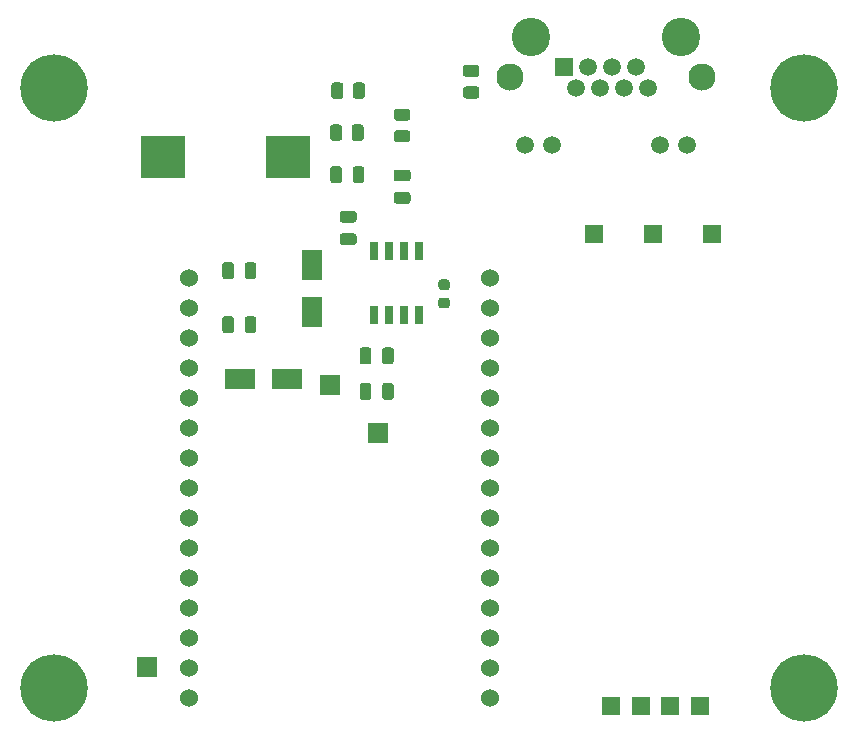
<source format=gbr>
G04 #@! TF.GenerationSoftware,KiCad,Pcbnew,(5.1.10-1-10_14)*
G04 #@! TF.CreationDate,2022-01-11T16:09:18-08:00*
G04 #@! TF.ProjectId,CI_ComPCB,43495f43-6f6d-4504-9342-2e6b69636164,rev?*
G04 #@! TF.SameCoordinates,Original*
G04 #@! TF.FileFunction,Soldermask,Top*
G04 #@! TF.FilePolarity,Negative*
%FSLAX46Y46*%
G04 Gerber Fmt 4.6, Leading zero omitted, Abs format (unit mm)*
G04 Created by KiCad (PCBNEW (5.1.10-1-10_14)) date 2022-01-11 16:09:18*
%MOMM*%
%LPD*%
G01*
G04 APERTURE LIST*
%ADD10C,1.500000*%
%ADD11C,2.300000*%
%ADD12C,3.250000*%
%ADD13R,1.500000X1.500000*%
%ADD14C,5.700000*%
%ADD15C,3.600000*%
%ADD16C,1.524000*%
%ADD17R,1.700000X1.700000*%
%ADD18R,1.524000X1.524000*%
%ADD19R,3.700000X3.600000*%
%ADD20R,0.650000X1.500000*%
%ADD21R,2.500000X1.700000*%
%ADD22R,1.700000X2.500000*%
G04 APERTURE END LIST*
D10*
X159240000Y-78920000D03*
X156950000Y-78920000D03*
X147810000Y-78920000D03*
X145520000Y-78920000D03*
D11*
X144250000Y-73210000D03*
X160510000Y-73210000D03*
D12*
X158730000Y-69780000D03*
X146030000Y-69780000D03*
D10*
X155932000Y-74100000D03*
X153900000Y-74100000D03*
X151868000Y-74100000D03*
X149836000Y-74100000D03*
X154916000Y-72320000D03*
X152884000Y-72320000D03*
X150852000Y-72320000D03*
D13*
X148820000Y-72320000D03*
D14*
X105640000Y-124900000D03*
D15*
X105640000Y-124900000D03*
D14*
X105640000Y-74100000D03*
D15*
X105640000Y-74100000D03*
D14*
X169140000Y-124900000D03*
D15*
X169140000Y-124900000D03*
D14*
X169140000Y-74100000D03*
D15*
X169140000Y-74100000D03*
D16*
X117050000Y-90226000D03*
X117050000Y-92766000D03*
X117050000Y-95306000D03*
X117050000Y-97846000D03*
X117050000Y-100386000D03*
X117050000Y-102926000D03*
X117050000Y-105466000D03*
X117050000Y-108006000D03*
X117050000Y-110546000D03*
X117050000Y-113086000D03*
X117050000Y-115626000D03*
X117050000Y-118166000D03*
X117050000Y-120706000D03*
X117050000Y-123246000D03*
X117050000Y-125786000D03*
X142550000Y-90226000D03*
X142550000Y-92766000D03*
X142550000Y-95306000D03*
X142550000Y-97846000D03*
X142550000Y-100386000D03*
X142550000Y-102926000D03*
X142550000Y-105466000D03*
X142550000Y-108006000D03*
X142550000Y-110546000D03*
X142550000Y-113086000D03*
X142550000Y-115626000D03*
X142550000Y-118166000D03*
X142550000Y-120706000D03*
X142550000Y-123246000D03*
X142550000Y-125786000D03*
G36*
G01*
X141396001Y-73192000D02*
X140495999Y-73192000D01*
G75*
G02*
X140246000Y-72942001I0J249999D01*
G01*
X140246000Y-72416999D01*
G75*
G02*
X140495999Y-72167000I249999J0D01*
G01*
X141396001Y-72167000D01*
G75*
G02*
X141646000Y-72416999I0J-249999D01*
G01*
X141646000Y-72942001D01*
G75*
G02*
X141396001Y-73192000I-249999J0D01*
G01*
G37*
G36*
G01*
X141396001Y-75017000D02*
X140495999Y-75017000D01*
G75*
G02*
X140246000Y-74767001I0J249999D01*
G01*
X140246000Y-74241999D01*
G75*
G02*
X140495999Y-73992000I249999J0D01*
G01*
X141396001Y-73992000D01*
G75*
G02*
X141646000Y-74241999I0J-249999D01*
G01*
X141646000Y-74767001D01*
G75*
G02*
X141396001Y-75017000I-249999J0D01*
G01*
G37*
D17*
X113514000Y-123122000D03*
D18*
X152820000Y-126448000D03*
X155320000Y-126448000D03*
X157820000Y-126448000D03*
X160320000Y-126448000D03*
X151320000Y-86448000D03*
X156320000Y-86448000D03*
X161320000Y-86448000D03*
G36*
G01*
X138910000Y-91235000D02*
X138410000Y-91235000D01*
G75*
G02*
X138185000Y-91010000I0J225000D01*
G01*
X138185000Y-90560000D01*
G75*
G02*
X138410000Y-90335000I225000J0D01*
G01*
X138910000Y-90335000D01*
G75*
G02*
X139135000Y-90560000I0J-225000D01*
G01*
X139135000Y-91010000D01*
G75*
G02*
X138910000Y-91235000I-225000J0D01*
G01*
G37*
G36*
G01*
X138910000Y-92785000D02*
X138410000Y-92785000D01*
G75*
G02*
X138185000Y-92560000I0J225000D01*
G01*
X138185000Y-92110000D01*
G75*
G02*
X138410000Y-91885000I225000J0D01*
G01*
X138910000Y-91885000D01*
G75*
G02*
X139135000Y-92110000I0J-225000D01*
G01*
X139135000Y-92560000D01*
G75*
G02*
X138910000Y-92785000I-225000J0D01*
G01*
G37*
D17*
X129008000Y-99246000D03*
G36*
G01*
X130132000Y-73903998D02*
X130132000Y-74804002D01*
G75*
G02*
X129882002Y-75054000I-249998J0D01*
G01*
X129356998Y-75054000D01*
G75*
G02*
X129107000Y-74804002I0J249998D01*
G01*
X129107000Y-73903998D01*
G75*
G02*
X129356998Y-73654000I249998J0D01*
G01*
X129882002Y-73654000D01*
G75*
G02*
X130132000Y-73903998I0J-249998D01*
G01*
G37*
G36*
G01*
X131957000Y-73903998D02*
X131957000Y-74804002D01*
G75*
G02*
X131707002Y-75054000I-249998J0D01*
G01*
X131181998Y-75054000D01*
G75*
G02*
X130932000Y-74804002I0J249998D01*
G01*
X130932000Y-73903998D01*
G75*
G02*
X131181998Y-73654000I249998J0D01*
G01*
X131707002Y-73654000D01*
G75*
G02*
X131957000Y-73903998I0J-249998D01*
G01*
G37*
G36*
G01*
X134653998Y-77698500D02*
X135554002Y-77698500D01*
G75*
G02*
X135804000Y-77948498I0J-249998D01*
G01*
X135804000Y-78473502D01*
G75*
G02*
X135554002Y-78723500I-249998J0D01*
G01*
X134653998Y-78723500D01*
G75*
G02*
X134404000Y-78473502I0J249998D01*
G01*
X134404000Y-77948498D01*
G75*
G02*
X134653998Y-77698500I249998J0D01*
G01*
G37*
G36*
G01*
X134653998Y-75873500D02*
X135554002Y-75873500D01*
G75*
G02*
X135804000Y-76123498I0J-249998D01*
G01*
X135804000Y-76648502D01*
G75*
G02*
X135554002Y-76898500I-249998J0D01*
G01*
X134653998Y-76898500D01*
G75*
G02*
X134404000Y-76648502I0J249998D01*
G01*
X134404000Y-76123498D01*
G75*
G02*
X134653998Y-75873500I249998J0D01*
G01*
G37*
G36*
G01*
X130028000Y-77459998D02*
X130028000Y-78360002D01*
G75*
G02*
X129778002Y-78610000I-249998J0D01*
G01*
X129252998Y-78610000D01*
G75*
G02*
X129003000Y-78360002I0J249998D01*
G01*
X129003000Y-77459998D01*
G75*
G02*
X129252998Y-77210000I249998J0D01*
G01*
X129778002Y-77210000D01*
G75*
G02*
X130028000Y-77459998I0J-249998D01*
G01*
G37*
G36*
G01*
X131853000Y-77459998D02*
X131853000Y-78360002D01*
G75*
G02*
X131603002Y-78610000I-249998J0D01*
G01*
X131077998Y-78610000D01*
G75*
G02*
X130828000Y-78360002I0J249998D01*
G01*
X130828000Y-77459998D01*
G75*
G02*
X131077998Y-77210000I249998J0D01*
G01*
X131603002Y-77210000D01*
G75*
G02*
X131853000Y-77459998I0J-249998D01*
G01*
G37*
D19*
X114852000Y-79942000D03*
X125452000Y-79942000D03*
D17*
X133072000Y-103310000D03*
D20*
X132691000Y-87910000D03*
X133961000Y-87910000D03*
X135231000Y-87910000D03*
X136501000Y-87910000D03*
X136501000Y-93310000D03*
X135231000Y-93310000D03*
X133961000Y-93310000D03*
X132691000Y-93310000D03*
D21*
X125388000Y-98738000D03*
X121388000Y-98738000D03*
D22*
X127484000Y-89086000D03*
X127484000Y-93086000D03*
G36*
G01*
X121772000Y-90069000D02*
X121772000Y-89119000D01*
G75*
G02*
X122022000Y-88869000I250000J0D01*
G01*
X122522000Y-88869000D01*
G75*
G02*
X122772000Y-89119000I0J-250000D01*
G01*
X122772000Y-90069000D01*
G75*
G02*
X122522000Y-90319000I-250000J0D01*
G01*
X122022000Y-90319000D01*
G75*
G02*
X121772000Y-90069000I0J250000D01*
G01*
G37*
G36*
G01*
X119872000Y-90069000D02*
X119872000Y-89119000D01*
G75*
G02*
X120122000Y-88869000I250000J0D01*
G01*
X120622000Y-88869000D01*
G75*
G02*
X120872000Y-89119000I0J-250000D01*
G01*
X120872000Y-90069000D01*
G75*
G02*
X120622000Y-90319000I-250000J0D01*
G01*
X120122000Y-90319000D01*
G75*
G02*
X119872000Y-90069000I0J250000D01*
G01*
G37*
G36*
G01*
X130016000Y-80991000D02*
X130016000Y-81941000D01*
G75*
G02*
X129766000Y-82191000I-250000J0D01*
G01*
X129266000Y-82191000D01*
G75*
G02*
X129016000Y-81941000I0J250000D01*
G01*
X129016000Y-80991000D01*
G75*
G02*
X129266000Y-80741000I250000J0D01*
G01*
X129766000Y-80741000D01*
G75*
G02*
X130016000Y-80991000I0J-250000D01*
G01*
G37*
G36*
G01*
X131916000Y-80991000D02*
X131916000Y-81941000D01*
G75*
G02*
X131666000Y-82191000I-250000J0D01*
G01*
X131166000Y-82191000D01*
G75*
G02*
X130916000Y-81941000I0J250000D01*
G01*
X130916000Y-80991000D01*
G75*
G02*
X131166000Y-80741000I250000J0D01*
G01*
X131666000Y-80741000D01*
G75*
G02*
X131916000Y-80991000I0J-250000D01*
G01*
G37*
G36*
G01*
X121772000Y-94641000D02*
X121772000Y-93691000D01*
G75*
G02*
X122022000Y-93441000I250000J0D01*
G01*
X122522000Y-93441000D01*
G75*
G02*
X122772000Y-93691000I0J-250000D01*
G01*
X122772000Y-94641000D01*
G75*
G02*
X122522000Y-94891000I-250000J0D01*
G01*
X122022000Y-94891000D01*
G75*
G02*
X121772000Y-94641000I0J250000D01*
G01*
G37*
G36*
G01*
X119872000Y-94641000D02*
X119872000Y-93691000D01*
G75*
G02*
X120122000Y-93441000I250000J0D01*
G01*
X120622000Y-93441000D01*
G75*
G02*
X120872000Y-93691000I0J-250000D01*
G01*
X120872000Y-94641000D01*
G75*
G02*
X120622000Y-94891000I-250000J0D01*
G01*
X120122000Y-94891000D01*
G75*
G02*
X119872000Y-94641000I0J250000D01*
G01*
G37*
G36*
G01*
X135579000Y-82032000D02*
X134629000Y-82032000D01*
G75*
G02*
X134379000Y-81782000I0J250000D01*
G01*
X134379000Y-81282000D01*
G75*
G02*
X134629000Y-81032000I250000J0D01*
G01*
X135579000Y-81032000D01*
G75*
G02*
X135829000Y-81282000I0J-250000D01*
G01*
X135829000Y-81782000D01*
G75*
G02*
X135579000Y-82032000I-250000J0D01*
G01*
G37*
G36*
G01*
X135579000Y-83932000D02*
X134629000Y-83932000D01*
G75*
G02*
X134379000Y-83682000I0J250000D01*
G01*
X134379000Y-83182000D01*
G75*
G02*
X134629000Y-82932000I250000J0D01*
G01*
X135579000Y-82932000D01*
G75*
G02*
X135829000Y-83182000I0J-250000D01*
G01*
X135829000Y-83682000D01*
G75*
G02*
X135579000Y-83932000I-250000J0D01*
G01*
G37*
G36*
G01*
X130057000Y-86422000D02*
X131007000Y-86422000D01*
G75*
G02*
X131257000Y-86672000I0J-250000D01*
G01*
X131257000Y-87172000D01*
G75*
G02*
X131007000Y-87422000I-250000J0D01*
G01*
X130057000Y-87422000D01*
G75*
G02*
X129807000Y-87172000I0J250000D01*
G01*
X129807000Y-86672000D01*
G75*
G02*
X130057000Y-86422000I250000J0D01*
G01*
G37*
G36*
G01*
X130057000Y-84522000D02*
X131007000Y-84522000D01*
G75*
G02*
X131257000Y-84772000I0J-250000D01*
G01*
X131257000Y-85272000D01*
G75*
G02*
X131007000Y-85522000I-250000J0D01*
G01*
X130057000Y-85522000D01*
G75*
G02*
X129807000Y-85272000I0J250000D01*
G01*
X129807000Y-84772000D01*
G75*
G02*
X130057000Y-84522000I250000J0D01*
G01*
G37*
G36*
G01*
X132504000Y-99337000D02*
X132504000Y-100287000D01*
G75*
G02*
X132254000Y-100537000I-250000J0D01*
G01*
X131754000Y-100537000D01*
G75*
G02*
X131504000Y-100287000I0J250000D01*
G01*
X131504000Y-99337000D01*
G75*
G02*
X131754000Y-99087000I250000J0D01*
G01*
X132254000Y-99087000D01*
G75*
G02*
X132504000Y-99337000I0J-250000D01*
G01*
G37*
G36*
G01*
X134404000Y-99337000D02*
X134404000Y-100287000D01*
G75*
G02*
X134154000Y-100537000I-250000J0D01*
G01*
X133654000Y-100537000D01*
G75*
G02*
X133404000Y-100287000I0J250000D01*
G01*
X133404000Y-99337000D01*
G75*
G02*
X133654000Y-99087000I250000J0D01*
G01*
X134154000Y-99087000D01*
G75*
G02*
X134404000Y-99337000I0J-250000D01*
G01*
G37*
G36*
G01*
X132504000Y-96327000D02*
X132504000Y-97277000D01*
G75*
G02*
X132254000Y-97527000I-250000J0D01*
G01*
X131754000Y-97527000D01*
G75*
G02*
X131504000Y-97277000I0J250000D01*
G01*
X131504000Y-96327000D01*
G75*
G02*
X131754000Y-96077000I250000J0D01*
G01*
X132254000Y-96077000D01*
G75*
G02*
X132504000Y-96327000I0J-250000D01*
G01*
G37*
G36*
G01*
X134404000Y-96327000D02*
X134404000Y-97277000D01*
G75*
G02*
X134154000Y-97527000I-250000J0D01*
G01*
X133654000Y-97527000D01*
G75*
G02*
X133404000Y-97277000I0J250000D01*
G01*
X133404000Y-96327000D01*
G75*
G02*
X133654000Y-96077000I250000J0D01*
G01*
X134154000Y-96077000D01*
G75*
G02*
X134404000Y-96327000I0J-250000D01*
G01*
G37*
M02*

</source>
